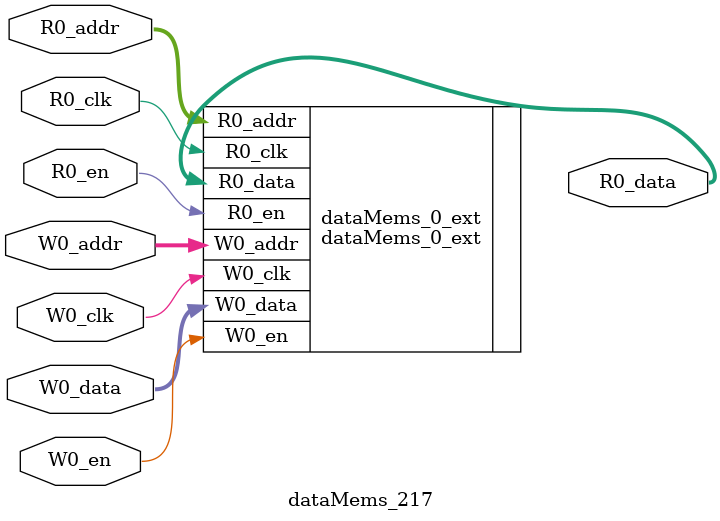
<source format=sv>
`ifndef RANDOMIZE
  `ifdef RANDOMIZE_REG_INIT
    `define RANDOMIZE
  `endif // RANDOMIZE_REG_INIT
`endif // not def RANDOMIZE
`ifndef RANDOMIZE
  `ifdef RANDOMIZE_MEM_INIT
    `define RANDOMIZE
  `endif // RANDOMIZE_MEM_INIT
`endif // not def RANDOMIZE

`ifndef RANDOM
  `define RANDOM $random
`endif // not def RANDOM

// Users can define 'PRINTF_COND' to add an extra gate to prints.
`ifndef PRINTF_COND_
  `ifdef PRINTF_COND
    `define PRINTF_COND_ (`PRINTF_COND)
  `else  // PRINTF_COND
    `define PRINTF_COND_ 1
  `endif // PRINTF_COND
`endif // not def PRINTF_COND_

// Users can define 'ASSERT_VERBOSE_COND' to add an extra gate to assert error printing.
`ifndef ASSERT_VERBOSE_COND_
  `ifdef ASSERT_VERBOSE_COND
    `define ASSERT_VERBOSE_COND_ (`ASSERT_VERBOSE_COND)
  `else  // ASSERT_VERBOSE_COND
    `define ASSERT_VERBOSE_COND_ 1
  `endif // ASSERT_VERBOSE_COND
`endif // not def ASSERT_VERBOSE_COND_

// Users can define 'STOP_COND' to add an extra gate to stop conditions.
`ifndef STOP_COND_
  `ifdef STOP_COND
    `define STOP_COND_ (`STOP_COND)
  `else  // STOP_COND
    `define STOP_COND_ 1
  `endif // STOP_COND
`endif // not def STOP_COND_

// Users can define INIT_RANDOM as general code that gets injected into the
// initializer block for modules with registers.
`ifndef INIT_RANDOM
  `define INIT_RANDOM
`endif // not def INIT_RANDOM

// If using random initialization, you can also define RANDOMIZE_DELAY to
// customize the delay used, otherwise 0.002 is used.
`ifndef RANDOMIZE_DELAY
  `define RANDOMIZE_DELAY 0.002
`endif // not def RANDOMIZE_DELAY

// Define INIT_RANDOM_PROLOG_ for use in our modules below.
`ifndef INIT_RANDOM_PROLOG_
  `ifdef RANDOMIZE
    `ifdef VERILATOR
      `define INIT_RANDOM_PROLOG_ `INIT_RANDOM
    `else  // VERILATOR
      `define INIT_RANDOM_PROLOG_ `INIT_RANDOM #`RANDOMIZE_DELAY begin end
    `endif // VERILATOR
  `else  // RANDOMIZE
    `define INIT_RANDOM_PROLOG_
  `endif // RANDOMIZE
`endif // not def INIT_RANDOM_PROLOG_

// Include register initializers in init blocks unless synthesis is set
`ifndef SYNTHESIS
  `ifndef ENABLE_INITIAL_REG_
    `define ENABLE_INITIAL_REG_
  `endif // not def ENABLE_INITIAL_REG_
`endif // not def SYNTHESIS

// Include rmemory initializers in init blocks unless synthesis is set
`ifndef SYNTHESIS
  `ifndef ENABLE_INITIAL_MEM_
    `define ENABLE_INITIAL_MEM_
  `endif // not def ENABLE_INITIAL_MEM_
`endif // not def SYNTHESIS

module dataMems_217(	// @[generators/ara/src/main/scala/UnsafeAXI4ToTL.scala:365:62]
  input  [4:0]   R0_addr,
  input          R0_en,
  input          R0_clk,
  output [130:0] R0_data,
  input  [4:0]   W0_addr,
  input          W0_en,
  input          W0_clk,
  input  [130:0] W0_data
);

  dataMems_0_ext dataMems_0_ext (	// @[generators/ara/src/main/scala/UnsafeAXI4ToTL.scala:365:62]
    .R0_addr (R0_addr),
    .R0_en   (R0_en),
    .R0_clk  (R0_clk),
    .R0_data (R0_data),
    .W0_addr (W0_addr),
    .W0_en   (W0_en),
    .W0_clk  (W0_clk),
    .W0_data (W0_data)
  );
endmodule


</source>
